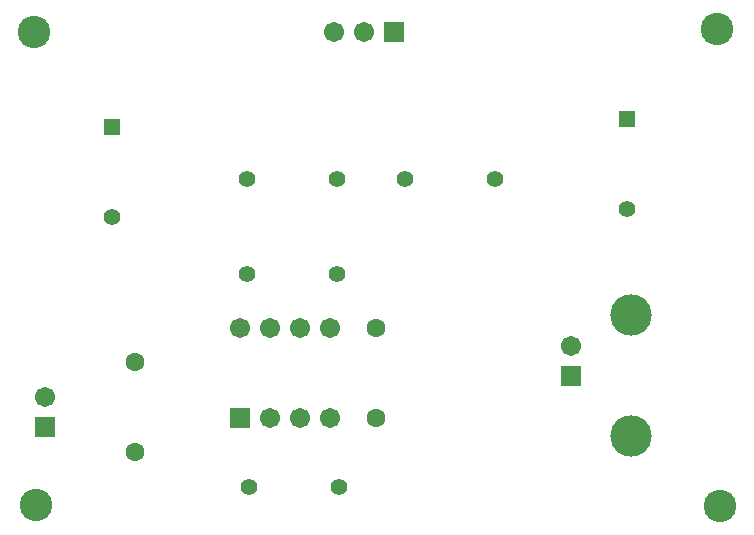
<source format=gbs>
G04*
G04 #@! TF.GenerationSoftware,Altium Limited,Altium Designer,26.2.0 (7)*
G04*
G04 Layer_Color=16711935*
%FSLAX44Y44*%
%MOMM*%
G71*
G04*
G04 #@! TF.SameCoordinates,3185D957-47D7-4B04-8ED6-6F93F25C82E1*
G04*
G04*
G04 #@! TF.FilePolarity,Negative*
G04*
G01*
G75*
%ADD19R,1.7032X1.7032*%
%ADD20C,1.7032*%
%ADD21C,2.7432*%
%ADD22R,1.4032X1.4032*%
%ADD23C,1.4032*%
%ADD24R,1.7032X1.7032*%
%ADD25C,1.6032*%
%ADD26C,3.5032*%
D19*
X323850Y419100D02*
D03*
X473710Y128270D02*
D03*
D20*
X298450Y419100D02*
D03*
X273050D02*
D03*
X27940Y110490D02*
D03*
X269240Y168910D02*
D03*
X243840D02*
D03*
X218440D02*
D03*
X193040D02*
D03*
X269240Y92710D02*
D03*
X243840D02*
D03*
X218440D02*
D03*
X473710Y153270D02*
D03*
D21*
X599440Y17780D02*
D03*
X20320Y19050D02*
D03*
X19050Y419100D02*
D03*
X596900Y421640D02*
D03*
D22*
X85090Y339090D02*
D03*
X520700Y345440D02*
D03*
D23*
X85090Y262890D02*
D03*
X520700Y269240D02*
D03*
X276860Y34290D02*
D03*
X200660D02*
D03*
X275590Y294640D02*
D03*
X199390D02*
D03*
X408940D02*
D03*
X332740D02*
D03*
X199390Y214630D02*
D03*
X275590D02*
D03*
D24*
X27940Y85090D02*
D03*
X193040Y92710D02*
D03*
D25*
X308610Y168910D02*
D03*
Y92710D02*
D03*
X104140Y139700D02*
D03*
Y63500D02*
D03*
D26*
X524710Y77270D02*
D03*
Y179270D02*
D03*
M02*

</source>
